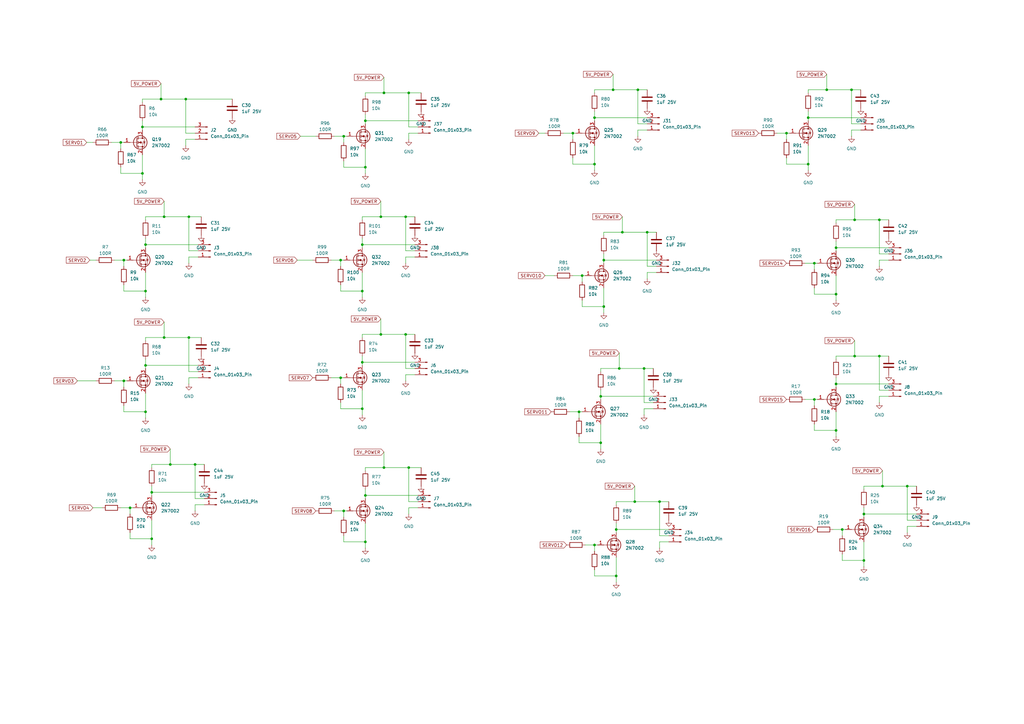
<source format=kicad_sch>
(kicad_sch (version 20231120) (generator "eeschema") (generator_version "8.0")
  (paper "A3")
  (junction (at 237.49 168.91))
  (junction (at 251.46 36.83))
  (junction (at 265.43 95.25))
  (junction (at 167.64 191.77))
  (junction (at 76.2 40.64))
  (junction (at 59.69 149.86))
  (junction (at 157.48 38.1))
  (junction (at 339.09 36.83))
  (junction (at 342.9 157.48))
  (junction (at 243.84 223.52))
  (junction (at 331.47 67.31))
  (junction (at 260.35 205.74))
  (junction (at 58.42 71.12))
  (junction (at 252.73 236.22))
  (junction (at 350.52 90.17))
  (junction (at 148.59 119.38))
  (junction (at 234.95 54.61))
  (junction (at 349.25 36.83))
  (junction (at 149.86 68.58))
  (junction (at 261.62 36.83))
  (junction (at 334.01 107.95))
  (junction (at 246.38 162.56))
  (junction (at 354.33 210.82))
  (junction (at 350.52 146.05))
  (junction (at 77.47 138.43))
  (junction (at 345.44 217.17))
  (junction (at 360.68 146.05))
  (junction (at 254 151.13))
  (junction (at 148.59 100.33))
  (junction (at 264.16 151.13))
  (junction (at 53.34 208.28))
  (junction (at 139.7 106.68))
  (junction (at 148.59 167.64))
  (junction (at 342.9 120.65))
  (junction (at 342.9 176.53))
  (junction (at 361.95 199.39))
  (junction (at 322.58 54.61))
  (junction (at 148.59 148.59))
  (junction (at 166.37 137.16))
  (junction (at 252.73 217.17))
  (junction (at 270.51 205.74))
  (junction (at 69.85 190.5))
  (junction (at 80.01 190.5))
  (junction (at 243.84 67.31))
  (junction (at 149.86 203.2))
  (junction (at 62.23 201.93))
  (junction (at 255.27 95.25))
  (junction (at 67.31 88.9))
  (junction (at 167.64 38.1))
  (junction (at 59.69 168.91))
  (junction (at 238.76 113.03))
  (junction (at 49.53 58.42))
  (junction (at 334.01 163.83))
  (junction (at 360.68 90.17))
  (junction (at 157.48 191.77))
  (junction (at 149.86 222.25))
  (junction (at 243.84 48.26))
  (junction (at 331.47 48.26))
  (junction (at 59.69 119.38))
  (junction (at 166.37 88.9))
  (junction (at 246.38 181.61))
  (junction (at 342.9 101.6))
  (junction (at 50.8 156.21))
  (junction (at 50.8 106.68))
  (junction (at 140.97 55.88))
  (junction (at 59.69 100.33))
  (junction (at 247.65 125.73))
  (junction (at 58.42 52.07))
  (junction (at 156.21 137.16))
  (junction (at 156.21 88.9))
  (junction (at 139.7 154.94))
  (junction (at 66.04 40.64))
  (junction (at 77.47 88.9))
  (junction (at 62.23 220.98))
  (junction (at 149.86 49.53))
  (junction (at 372.11 199.39))
  (junction (at 354.33 229.87))
  (junction (at 247.65 106.68))
  (junction (at 140.97 209.55))
  (junction (at 67.31 138.43))
  (wire (pts (xy 59.69 90.17) (xy 59.69 88.9)))
  (wire (pts (xy 360.68 146.05) (xy 360.68 160.02)))
  (wire (pts (xy 261.62 36.83) (xy 261.62 50.8)))
  (wire (pts (xy 354.33 222.25) (xy 354.33 229.87)))
  (wire (pts (xy 255.27 88.9) (xy 255.27 95.25)))
  (wire (pts (xy 252.73 228.6) (xy 252.73 236.22)))
  (wire (pts (xy 139.7 119.38) (xy 139.7 116.84)))
  (wire (pts (xy 156.21 88.9) (xy 166.37 88.9)))
  (wire (pts (xy 261.62 55.88) (xy 261.62 53.34)))
  (wire (pts (xy 350.52 139.7) (xy 350.52 146.05)))
  (wire (pts (xy 77.47 88.9) (xy 77.47 102.87)))
  (wire (pts (xy 58.42 41.91) (xy 58.42 40.64)))
  (wire (pts (xy 81.28 102.87) (xy 77.47 102.87)))
  (wire (pts (xy 261.62 36.83) (xy 265.43 36.83)))
  (wire (pts (xy 166.37 137.16) (xy 166.37 151.13)))
  (wire (pts (xy 49.53 208.28) (xy 53.34 208.28)))
  (wire (pts (xy 341.63 217.17) (xy 345.44 217.17)))
  (wire (pts (xy 139.7 109.22) (xy 139.7 106.68)))
  (wire (pts (xy 156.21 130.81) (xy 156.21 137.16)))
  (wire (pts (xy 140.97 212.09) (xy 140.97 209.55)))
  (wire (pts (xy 234.95 67.31) (xy 234.95 64.77)))
  (wire (pts (xy 135.89 154.94) (xy 139.7 154.94)))
  (wire (pts (xy 364.49 104.14) (xy 360.68 104.14)))
  (wire (pts (xy 246.38 173.99) (xy 246.38 181.61)))
  (wire (pts (xy 243.84 236.22) (xy 243.84 233.68)))
  (wire (pts (xy 254 151.13) (xy 264.16 151.13)))
  (wire (pts (xy 62.23 213.36) (xy 62.23 220.98)))
  (wire (pts (xy 157.48 31.75) (xy 157.48 38.1)))
  (wire (pts (xy 331.47 36.83) (xy 339.09 36.83)))
  (wire (pts (xy 237.49 168.91) (xy 238.76 168.91)))
  (wire (pts (xy 247.65 104.14) (xy 247.65 106.68)))
  (wire (pts (xy 80.01 209.55) (xy 80.01 207.01)))
  (wire (pts (xy 334.01 166.37) (xy 334.01 163.83)))
  (wire (pts (xy 38.1 58.42) (xy 35.56 58.42)))
  (wire (pts (xy 220.98 54.61) (xy 223.52 54.61)))
  (wire (pts (xy 342.9 157.48) (xy 364.49 157.48)))
  (wire (pts (xy 149.86 200.66) (xy 149.86 203.2)))
  (wire (pts (xy 148.59 170.18) (xy 148.59 167.64)))
  (wire (pts (xy 372.11 199.39) (xy 372.11 213.36)))
  (wire (pts (xy 67.31 82.55) (xy 67.31 88.9)))
  (wire (pts (xy 62.23 201.93) (xy 62.23 203.2)))
  (wire (pts (xy 243.84 59.69) (xy 243.84 67.31)))
  (wire (pts (xy 322.58 54.61) (xy 323.85 54.61)))
  (wire (pts (xy 140.97 55.88) (xy 142.24 55.88)))
  (wire (pts (xy 342.9 146.05) (xy 350.52 146.05)))
  (wire (pts (xy 243.84 36.83) (xy 251.46 36.83)))
  (wire (pts (xy 261.62 53.34) (xy 265.43 53.34)))
  (wire (pts (xy 237.49 181.61) (xy 237.49 179.07)))
  (wire (pts (xy 76.2 40.64) (xy 95.25 40.64)))
  (wire (pts (xy 171.45 205.74) (xy 167.64 205.74)))
  (wire (pts (xy 167.64 208.28) (xy 171.45 208.28)))
  (wire (pts (xy 243.84 45.72) (xy 243.84 48.26)))
  (wire (pts (xy 334.01 110.49) (xy 334.01 107.95)))
  (wire (pts (xy 345.44 217.17) (xy 346.71 217.17)))
  (wire (pts (xy 139.7 167.64) (xy 139.7 165.1)))
  (wire (pts (xy 339.09 36.83) (xy 349.25 36.83)))
  (wire (pts (xy 252.73 236.22) (xy 243.84 236.22)))
  (wire (pts (xy 243.84 67.31) (xy 234.95 67.31)))
  (wire (pts (xy 59.69 100.33) (xy 81.28 100.33)))
  (wire (pts (xy 149.86 203.2) (xy 149.86 204.47)))
  (wire (pts (xy 254 144.78) (xy 254 151.13)))
  (wire (pts (xy 148.59 167.64) (xy 139.7 167.64)))
  (wire (pts (xy 77.47 107.95) (xy 77.47 105.41)))
  (wire (pts (xy 354.33 229.87) (xy 345.44 229.87)))
  (wire (pts (xy 252.73 207.01) (xy 252.73 205.74)))
  (wire (pts (xy 135.89 106.68) (xy 139.7 106.68)))
  (wire (pts (xy 80.01 190.5) (xy 80.01 204.47)))
  (wire (pts (xy 167.64 54.61) (xy 171.45 54.61)))
  (wire (pts (xy 80.01 207.01) (xy 83.82 207.01)))
  (wire (pts (xy 260.35 199.39) (xy 260.35 205.74)))
  (wire (pts (xy 331.47 69.85) (xy 331.47 67.31)))
  (wire (pts (xy 270.51 224.79) (xy 270.51 222.25)))
  (wire (pts (xy 246.38 152.4) (xy 246.38 151.13)))
  (wire (pts (xy 50.8 119.38) (xy 50.8 116.84)))
  (wire (pts (xy 274.32 219.71) (xy 270.51 219.71)))
  (wire (pts (xy 342.9 154.94) (xy 342.9 157.48)))
  (wire (pts (xy 238.76 113.03) (xy 240.03 113.03)))
  (wire (pts (xy 354.33 208.28) (xy 354.33 210.82)))
  (wire (pts (xy 246.38 181.61) (xy 237.49 181.61)))
  (wire (pts (xy 349.25 55.88) (xy 349.25 53.34)))
  (wire (pts (xy 149.86 49.53) (xy 149.86 50.8)))
  (wire (pts (xy 322.58 67.31) (xy 322.58 64.77)))
  (wire (pts (xy 342.9 123.19) (xy 342.9 120.65)))
  (wire (pts (xy 339.09 30.48) (xy 339.09 36.83)))
  (wire (pts (xy 58.42 73.66) (xy 58.42 71.12)))
  (wire (pts (xy 58.42 63.5) (xy 58.42 71.12)))
  (wire (pts (xy 247.65 128.27) (xy 247.65 125.73)))
  (wire (pts (xy 166.37 107.95) (xy 166.37 105.41)))
  (wire (pts (xy 123.19 55.88) (xy 129.54 55.88)))
  (wire (pts (xy 76.2 57.15) (xy 80.01 57.15)))
  (wire (pts (xy 83.82 204.47) (xy 80.01 204.47)))
  (wire (pts (xy 149.86 38.1) (xy 157.48 38.1)))
  (wire (pts (xy 62.23 220.98) (xy 53.34 220.98)))
  (wire (pts (xy 264.16 167.64) (xy 267.97 167.64)))
  (wire (pts (xy 364.49 160.02) (xy 360.68 160.02)))
  (wire (pts (xy 353.06 50.8) (xy 349.25 50.8)))
  (wire (pts (xy 247.65 96.52) (xy 247.65 95.25)))
  (wire (pts (xy 350.52 90.17) (xy 360.68 90.17)))
  (wire (pts (xy 234.95 113.03) (xy 238.76 113.03)))
  (wire (pts (xy 67.31 132.08) (xy 67.31 138.43)))
  (wire (pts (xy 334.01 107.95) (xy 335.28 107.95)))
  (wire (pts (xy 372.11 199.39) (xy 375.92 199.39)))
  (wire (pts (xy 50.8 156.21) (xy 52.07 156.21)))
  (wire (pts (xy 38.1 208.28) (xy 41.91 208.28)))
  (wire (pts (xy 247.65 106.68) (xy 247.65 107.95)))
  (wire (pts (xy 59.69 97.79) (xy 59.69 100.33)))
  (wire (pts (xy 252.73 205.74) (xy 260.35 205.74)))
  (wire (pts (xy 238.76 125.73) (xy 238.76 123.19)))
  (wire (pts (xy 234.95 57.15) (xy 234.95 54.61)))
  (wire (pts (xy 46.99 106.68) (xy 50.8 106.68)))
  (wire (pts (xy 264.16 151.13) (xy 267.97 151.13)))
  (wire (pts (xy 81.28 152.4) (xy 77.47 152.4)))
  (wire (pts (xy 354.33 199.39) (xy 361.95 199.39)))
  (wire (pts (xy 331.47 59.69) (xy 331.47 67.31)))
  (wire (pts (xy 166.37 137.16) (xy 170.18 137.16)))
  (wire (pts (xy 247.65 95.25) (xy 255.27 95.25)))
  (wire (pts (xy 157.48 191.77) (xy 167.64 191.77)))
  (wire (pts (xy 265.43 95.25) (xy 269.24 95.25)))
  (wire (pts (xy 148.59 119.38) (xy 139.7 119.38)))
  (wire (pts (xy 59.69 88.9) (xy 67.31 88.9)))
  (wire (pts (xy 149.86 214.63) (xy 149.86 222.25)))
  (wire (pts (xy 167.64 57.15) (xy 167.64 54.61)))
  (wire (pts (xy 80.01 54.61) (xy 76.2 54.61)))
  (wire (pts (xy 342.9 91.44) (xy 342.9 90.17)))
  (wire (pts (xy 246.38 184.15) (xy 246.38 181.61)))
  (wire (pts (xy 167.64 38.1) (xy 172.72 38.1)))
  (wire (pts (xy 77.47 154.94) (xy 81.28 154.94)))
  (wire (pts (xy 238.76 115.57) (xy 238.76 113.03)))
  (wire (pts (xy 80.01 190.5) (xy 83.82 190.5)))
  (wire (pts (xy 354.33 210.82) (xy 375.92 210.82)))
  (wire (pts (xy 59.69 161.29) (xy 59.69 168.91)))
  (wire (pts (xy 62.23 201.93) (xy 83.82 201.93)))
  (wire (pts (xy 59.69 168.91) (xy 50.8 168.91)))
  (wire (pts (xy 342.9 101.6) (xy 364.49 101.6)))
  (wire (pts (xy 148.59 100.33) (xy 148.59 101.6)))
  (wire (pts (xy 67.31 138.43) (xy 77.47 138.43)))
  (wire (pts (xy 361.95 199.39) (xy 372.11 199.39)))
  (wire (pts (xy 149.86 203.2) (xy 171.45 203.2)))
  (wire (pts (xy 342.9 90.17) (xy 350.52 90.17)))
  (wire (pts (xy 139.7 106.68) (xy 140.97 106.68)))
  (wire (pts (xy 331.47 45.72) (xy 331.47 48.26)))
  (wire (pts (xy 243.84 223.52) (xy 245.11 223.52)))
  (wire (pts (xy 237.49 171.45) (xy 237.49 168.91)))
  (wire (pts (xy 148.59 100.33) (xy 170.18 100.33)))
  (wire (pts (xy 345.44 229.87) (xy 345.44 227.33)))
  (wire (pts (xy 59.69 139.7) (xy 59.69 138.43)))
  (wire (pts (xy 334.01 120.65) (xy 334.01 118.11)))
  (wire (pts (xy 58.42 71.12) (xy 49.53 71.12)))
  (wire (pts (xy 50.8 109.22) (xy 50.8 106.68)))
  (wire (pts (xy 149.86 39.37) (xy 149.86 38.1)))
  (wire (pts (xy 140.97 58.42) (xy 140.97 55.88)))
  (wire (pts (xy 62.23 199.39) (xy 62.23 201.93)))
  (wire (pts (xy 50.8 168.91) (xy 50.8 166.37)))
  (wire (pts (xy 148.59 148.59) (xy 148.59 149.86)))
  (wire (pts (xy 59.69 121.92) (xy 59.69 119.38)))
  (wire (pts (xy 331.47 38.1) (xy 331.47 36.83)))
  (wire (pts (xy 360.68 106.68) (xy 364.49 106.68)))
  (wire (pts (xy 137.16 55.88) (xy 140.97 55.88)))
  (wire (pts (xy 148.59 138.43) (xy 148.59 137.16)))
  (wire (pts (xy 67.31 88.9) (xy 77.47 88.9)))
  (wire (pts (xy 59.69 171.45) (xy 59.69 168.91)))
  (wire (pts (xy 246.38 151.13) (xy 254 151.13)))
  (wire (pts (xy 252.73 217.17) (xy 252.73 218.44)))
  (wire (pts (xy 360.68 165.1) (xy 360.68 162.56)))
  (wire (pts (xy 59.69 111.76) (xy 59.69 119.38)))
  (wire (pts (xy 171.45 52.07) (xy 167.64 52.07)))
  (wire (pts (xy 349.25 36.83) (xy 349.25 50.8)))
  (wire (pts (xy 331.47 48.26) (xy 331.47 49.53)))
  (wire (pts (xy 121.92 106.68) (xy 128.27 106.68)))
  (wire (pts (xy 251.46 36.83) (xy 261.62 36.83)))
  (wire (pts (xy 247.65 106.68) (xy 269.24 106.68)))
  (wire (pts (xy 342.9 168.91) (xy 342.9 176.53)))
  (wire (pts (xy 350.52 146.05) (xy 360.68 146.05)))
  (wire (pts (xy 260.35 205.74) (xy 270.51 205.74)))
  (wire (pts (xy 149.86 46.99) (xy 149.86 49.53)))
  (wire (pts (xy 342.9 120.65) (xy 334.01 120.65)))
  (wire (pts (xy 167.64 191.77) (xy 172.72 191.77)))
  (wire (pts (xy 251.46 30.48) (xy 251.46 36.83)))
  (wire (pts (xy 240.03 223.52) (xy 243.84 223.52)))
  (wire (pts (xy 62.23 223.52) (xy 62.23 220.98)))
  (wire (pts (xy 77.47 157.48) (xy 77.47 154.94)))
  (wire (pts (xy 148.59 148.59) (xy 170.18 148.59)))
  (wire (pts (xy 223.52 113.03) (xy 227.33 113.03)))
  (wire (pts (xy 140.97 209.55) (xy 142.24 209.55)))
  (wire (pts (xy 156.21 137.16) (xy 166.37 137.16)))
  (wire (pts (xy 267.97 165.1) (xy 264.16 165.1)))
  (wire (pts (xy 59.69 149.86) (xy 81.28 149.86)))
  (wire (pts (xy 170.18 151.13) (xy 166.37 151.13)))
  (wire (pts (xy 59.69 100.33) (xy 59.69 101.6)))
  (wire (pts (xy 156.21 82.55) (xy 156.21 88.9)))
  (wire (pts (xy 149.86 60.96) (xy 149.86 68.58)))
  (wire (pts (xy 167.64 210.82) (xy 167.64 208.28)))
  (wire (pts (xy 264.16 151.13) (xy 264.16 165.1)))
  (wire (pts (xy 252.73 214.63) (xy 252.73 217.17)))
  (wire (pts (xy 149.86 49.53) (xy 171.45 49.53)))
  (wire (pts (xy 149.86 191.77) (xy 157.48 191.77)))
  (wire (pts (xy 50.8 158.75) (xy 50.8 156.21)))
  (wire (pts (xy 49.53 71.12) (xy 49.53 68.58)))
  (wire (pts (xy 342.9 179.07) (xy 342.9 176.53)))
  (wire (pts (xy 247.65 118.11) (xy 247.65 125.73)))
  (wire (pts (xy 170.18 102.87) (xy 166.37 102.87)))
  (wire (pts (xy 139.7 157.48) (xy 139.7 154.94)))
  (wire (pts (xy 354.33 210.82) (xy 354.33 212.09)))
  (wire (pts (xy 139.7 154.94) (xy 140.97 154.94)))
  (wire (pts (xy 166.37 105.41) (xy 170.18 105.41)))
  (wire (pts (xy 243.84 226.06) (xy 243.84 223.52)))
  (wire (pts (xy 354.33 232.41) (xy 354.33 229.87)))
  (wire (pts (xy 77.47 88.9) (xy 82.55 88.9)))
  (wire (pts (xy 252.73 238.76) (xy 252.73 236.22)))
  (wire (pts (xy 243.84 38.1) (xy 243.84 36.83)))
  (wire (pts (xy 69.85 184.15) (xy 69.85 190.5)))
  (wire (pts (xy 166.37 88.9) (xy 170.18 88.9)))
  (wire (pts (xy 45.72 58.42) (xy 49.53 58.42)))
  (wire (pts (xy 149.86 193.04) (xy 149.86 191.77)))
  (wire (pts (xy 234.95 54.61) (xy 236.22 54.61)))
  (wire (pts (xy 50.8 106.68) (xy 52.07 106.68)))
  (wire (pts (xy 349.25 53.34) (xy 353.06 53.34)))
  (wire (pts (xy 270.51 222.25) (xy 274.32 222.25)))
  (wire (pts (xy 59.69 138.43) (xy 67.31 138.43)))
  (wire (pts (xy 53.34 208.28) (xy 54.61 208.28)))
  (wire (pts (xy 58.42 40.64) (xy 66.04 40.64)))
  (wire (pts (xy 148.59 146.05) (xy 148.59 148.59)))
  (wire (pts (xy 342.9 176.53) (xy 334.01 176.53)))
  (wire (pts (xy 255.27 95.25) (xy 265.43 95.25)))
  (wire (pts (xy 148.59 88.9) (xy 156.21 88.9)))
  (wire (pts (xy 77.47 138.43) (xy 82.55 138.43)))
  (wire (pts (xy 265.43 111.76) (xy 269.24 111.76)))
  (wire (pts (xy 149.86 222.25) (xy 140.97 222.25)))
  (wire (pts (xy 157.48 38.1) (xy 167.64 38.1)))
  (wire (pts (xy 148.59 121.92) (xy 148.59 119.38)))
  (wire (pts (xy 31.75 156.21) (xy 39.37 156.21)))
  (wire (pts (xy 342.9 113.03) (xy 342.9 120.65)))
  (wire (pts (xy 59.69 147.32) (xy 59.69 149.86)))
  (wire (pts (xy 360.68 90.17) (xy 364.49 90.17)))
  (wire (pts (xy 148.59 111.76) (xy 148.59 119.38)))
  (wire (pts (xy 330.2 107.95) (xy 334.01 107.95)))
  (wire (pts (xy 233.68 168.91) (xy 237.49 168.91)))
  (wire (pts (xy 59.69 119.38) (xy 50.8 119.38)))
  (wire (pts (xy 264.16 170.18) (xy 264.16 167.64)))
  (wire (pts (xy 246.38 160.02) (xy 246.38 162.56)))
  (wire (pts (xy 375.92 213.36) (xy 372.11 213.36)))
  (wire (pts (xy 270.51 205.74) (xy 270.51 219.71)))
  (wire (pts (xy 360.68 109.22) (xy 360.68 106.68)))
  (wire (pts (xy 372.11 215.9) (xy 375.92 215.9)))
  (wire (pts (xy 157.48 185.42) (xy 157.48 191.77)))
  (wire (pts (xy 77.47 105.41) (xy 81.28 105.41)))
  (wire (pts (xy 330.2 163.83) (xy 334.01 163.83)))
  (wire (pts (xy 246.38 162.56) (xy 246.38 163.83)))
  (wire (pts (xy 342.9 157.48) (xy 342.9 158.75)))
  (wire (pts (xy 36.83 106.68) (xy 39.37 106.68)))
  (wire (pts (xy 53.34 220.98) (xy 53.34 218.44)))
  (wire (pts (xy 66.04 40.64) (xy 76.2 40.64)))
  (wire (pts (xy 137.16 209.55) (xy 140.97 209.55)))
  (wire (pts (xy 231.14 54.61) (xy 234.95 54.61)))
  (wire (pts (xy 243.84 48.26) (xy 265.43 48.26)))
  (wire (pts (xy 331.47 67.31) (xy 322.58 67.31)))
  (wire (pts (xy 243.84 69.85) (xy 243.84 67.31)))
  (wire (pts (xy 58.42 49.53) (xy 58.42 52.07)))
  (wire (pts (xy 360.68 90.17) (xy 360.68 104.14)))
  (wire (pts (xy 334.01 176.53) (xy 334.01 173.99)))
  (wire (pts (xy 243.84 48.26) (xy 243.84 49.53)))
  (wire (pts (xy 360.68 146.05) (xy 364.49 146.05)))
  (wire (pts (xy 322.58 57.15) (xy 322.58 54.61)))
  (wire (pts (xy 349.25 36.83) (xy 353.06 36.83)))
  (wire (pts (xy 342.9 99.06) (xy 342.9 101.6)))
  (wire (pts (xy 265.43 95.25) (xy 265.43 109.22)))
  (wire (pts (xy 58.42 52.07) (xy 80.01 52.07)))
  (wire (pts (xy 318.77 54.61) (xy 322.58 54.61)))
  (wire (pts (xy 361.95 193.04) (xy 361.95 199.39)))
  (wire (pts (xy 265.43 50.8) (xy 261.62 50.8)))
  (wire (pts (xy 148.59 160.02) (xy 148.59 167.64)))
  (wire (pts (xy 140.97 68.58) (xy 140.97 66.04)))
  (wire (pts (xy 345.44 219.71) (xy 345.44 217.17)))
  (wire (pts (xy 372.11 218.44) (xy 372.11 215.9)))
  (wire (pts (xy 76.2 59.69) (xy 76.2 57.15)))
  (wire (pts (xy 166.37 153.67) (xy 170.18 153.67)))
  (wire (pts (xy 334.01 163.83) (xy 335.28 163.83)))
  (wire (pts (xy 148.59 90.17) (xy 148.59 88.9)))
  (wire (pts (xy 140.97 222.25) (xy 140.97 219.71)))
  (wire (pts (xy 270.51 205.74) (xy 274.32 205.74)))
  (wire (pts (xy 148.59 97.79) (xy 148.59 100.33)))
  (wire (pts (xy 342.9 147.32) (xy 342.9 146.05)))
  (wire (pts (xy 76.2 40.64) (xy 76.2 54.61)))
  (wire (pts (xy 360.68 162.56) (xy 364.49 162.56)))
  (wire (pts (xy 49.53 60.96) (xy 49.53 58.42)))
  (wire (pts (xy 166.37 88.9) (xy 166.37 102.87)))
  (wire (pts (xy 167.64 191.77) (xy 167.64 205.74)))
  (wire (pts (xy 148.59 137.16) (xy 156.21 137.16)))
  (wire (pts (xy 331.47 48.26) (xy 353.06 48.26)))
  (wire (pts (xy 354.33 200.66) (xy 354.33 199.39)))
  (wire (pts (xy 246.38 162.56) (xy 267.97 162.56)))
  (wire (pts (xy 46.99 156.21) (xy 50.8 156.21)))
  (wire (pts (xy 149.86 68.58) (xy 140.97 68.58)))
  (wire (pts (xy 167.64 38.1) (xy 167.64 52.07)))
  (wire (pts (xy 269.24 109.22) (xy 265.43 109.22)))
  (wire (pts (xy 77.47 138.43) (xy 77.47 152.4)))
  (wire (pts (xy 69.85 190.5) (xy 80.01 190.5)))
  (wire (pts (xy 62.23 191.77) (xy 62.23 190.5)))
  (wire (pts (xy 252.73 217.17) (xy 274.32 217.17)))
  (wire (pts (xy 265.43 114.3) (xy 265.43 111.76)))
  (wire (pts (xy 49.53 58.42) (xy 50.8 58.42)))
  (wire (pts (xy 247.65 125.73) (xy 238.76 125.73)))
  (wire (pts (xy 62.23 190.5) (xy 69.85 190.5)))
  (wire (pts (xy 149.86 71.12) (xy 149.86 68.58)))
  (wire (pts (xy 53.34 210.82) (xy 53.34 208.28)))
  (wire (pts (xy 66.04 34.29) (xy 66.04 40.64)))
  (wire (pts (xy 166.37 156.21) (xy 166.37 153.67)))
  (wire (pts (xy 59.69 149.86) (xy 59.69 151.13)))
  (wire (pts (xy 342.9 101.6) (xy 342.9 102.87)))
  (wire (pts (xy 149.86 224.79) (xy 149.86 222.25)))
  (wire (pts (xy 350.52 83.82) (xy 350.52 90.17)))
  (wire (pts (xy 58.42 52.07) (xy 58.42 53.34)))
  (global_label "SERVO6" (shape input) (at 121.92 106.68 180) (property "Intersheetrefs" "${INTERSHEET_REFS}" (effects (hide yes))))
  (global_label "5V_POWER" (shape input) (at 251.46 30.48 180) (property "Intersheetrefs" "${INTERSHEET_REFS}" (effects (hide yes))))
  (global_label "SERVO10" (shape input) (at 223.52 113.03 180) (property "Intersheetrefs" "${INTERSHEET_REFS}" (effects (hide yes))))
  (global_label "5V_POWER" (shape input) (at 260.35 199.39 180) (property "Intersheetrefs" "${INTERSHEET_REFS}" (effects (hide yes))))
  (global_label "SERVO5" (shape input) (at 123.19 55.88 180) (property "Intersheetrefs" "${INTERSHEET_REFS}" (effects (hide yes))))
  (global_label "SERVO15" (shape input) (at 322.58 163.83 180) (property "Intersheetrefs" "${INTERSHEET_REFS}" (effects (hide yes))))
  (global_label "SERVO11" (shape input) (at 226.06 168.91 180) (property "Intersheetrefs" "${INTERSHEET_REFS}" (effects (hide yes))))
  (global_label "5V_POWER" (shape input) (at 254 144.78 180) (property "Intersheetrefs" "${INTERSHEET_REFS}" (effects (hide yes))))
  (global_label "5V_POWER" (shape input) (at 69.85 184.15 180) (property "Intersheetrefs" "${INTERSHEET_REFS}" (effects (hide yes))))
  (global_label "SERVO13" (shape input) (at 311.15 54.61 180) (property "Intersheetrefs" "${INTERSHEET_REFS}" (effects (hide yes))))
  (global_label "5V_POWER" (shape input) (at 361.95 193.04 180) (property "Intersheetrefs" "${INTERSHEET_REFS}" (effects (hide yes))))
  (global_label "5V_POWER" (shape input) (at 255.27 88.9 180) (property "Intersheetrefs" "${INTERSHEET_REFS}" (effects (hide yes))))
  (global_label "SERVO4" (shape input) (at 38.1 208.28 180) (property "Intersheetrefs" "${INTERSHEET_REFS}" (effects (hide yes))))
  (global_label "SERVO8" (shape input) (at 129.54 209.55 180) (property "Intersheetrefs" "${INTERSHEET_REFS}" (effects (hide yes))))
  (global_label "5V_POWER" (shape input) (at 339.09 30.48 180) (property "Intersheetrefs" "${INTERSHEET_REFS}" (effects (hide yes))))
  (global_label "5V_POWER" (shape input) (at 66.04 34.29 180) (property "Intersheetrefs" "${INTERSHEET_REFS}" (effects (hide yes))))
  (global_label "SERVO12" (shape input) (at 232.41 223.52 180) (property "Intersheetrefs" "${INTERSHEET_REFS}" (effects (hide yes))))
  (global_label "SERVO14" (shape input) (at 322.58 107.95 180) (property "Intersheetrefs" "${INTERSHEET_REFS}" (effects (hide yes))))
  (global_label "SERVO7" (shape input) (at 128.27 154.94 180) (property "Intersheetrefs" "${INTERSHEET_REFS}" (effects (hide yes))))
  (global_label "SERVO3" (shape input) (at 31.75 156.21 180) (property "Intersheetrefs" "${INTERSHEET_REFS}" (effects (hide yes))))
  (global_label "SERVO9" (shape input) (at 220.98 54.61 180) (property "Intersheetrefs" "${INTERSHEET_REFS}" (effects (hide yes))))
  (global_label "5V_POWER" (shape input) (at 156.21 130.81 180) (property "Intersheetrefs" "${INTERSHEET_REFS}" (effects (hide yes))))
  (global_label "SERVO16" (shape input) (at 334.01 217.17 180) (property "Intersheetrefs" "${INTERSHEET_REFS}" (effects (hide yes))))
  (global_label "5V_POWER" (shape input) (at 67.31 132.08 180) (property "Intersheetrefs" "${INTERSHEET_REFS}" (effects (hide yes))))
  (global_label "5V_POWER" (shape input) (at 157.48 185.42 180) (property "Intersheetrefs" "${INTERSHEET_REFS}" (effects (hide yes))))
  (global_label "5V_POWER" (shape input) (at 157.48 31.75 180) (property "Intersheetrefs" "${INTERSHEET_REFS}" (effects (hide yes))))
  (global_label "5V_POWER" (shape input) (at 156.21 82.55 180) (property "Intersheetrefs" "${INTERSHEET_REFS}" (effects (hide yes))))
  (global_label "5V_POWER" (shape input) (at 350.52 139.7 180) (property "Intersheetrefs" "${INTERSHEET_REFS}" (effects (hide yes))))
  (global_label "5V_POWER" (shape input) (at 350.52 83.82 180) (property "Intersheetrefs" "${INTERSHEET_REFS}" (effects (hide yes))))
  (global_label "SERVO2" (shape input) (at 36.83 106.68 180) (property "Intersheetrefs" "${INTERSHEET_REFS}" (effects (hide yes))))
  (global_label "SERVO1" (shape input) (at 35.56 58.42 180) (property "Intersheetrefs" "${INTERSHEET_REFS}" (effects (hide yes))))
  (global_label "5V_POWER" (shape input) (at 67.31 82.55 180) (property "Intersheetrefs" "${INTERSHEET_REFS}" (effects (hide yes))))
  (symbol (lib_id "Device:C") (at 269.24 99.06 0) (unit 1)
    (property "Reference" "C37" (at 273.05 97.7899 0) (effects (justify left)))
    (property "Value" "1uF 25V" (at 273.05 100.3299 0) (effects (justify left)))
    (property "Footprint" "Capacitor_SMD:C_0402_1005Metric" (effects (hide yes)))
  )
  (symbol (lib_id "power:GND") (at 267.97 158.75 0) (unit 1)
    (property "Reference" "#PWR0118" (effects (hide yes)))
    (property "Value" "GND" (at 267.97 163.83 0))
    (property "Description" "Power symbol creates a global label with name \"GND\" , ground" (effects (hide yes)))
  )
  (symbol (lib_id "Device:R") (at 50.8 113.03 0) (unit 1)
    (property "Reference" "R9" (at 53.34 111.7599 0) (effects (justify left)))
    (property "Value" "10k" (at 53.34 114.2999 0) (effects (justify left)))
    (property "Footprint" "Resistor_SMD:R_0402_1005Metric" (effects (hide yes)))
    (property "Description" "Resistor" (effects (hide yes)))
  )
  (symbol (lib_id "power:GND") (at 83.82 198.12 0) (unit 1)
    (property "Reference" "#PWR0124" (effects (hide yes)))
    (property "Value" "GND" (at 83.82 203.2 0))
    (property "Description" "Power symbol creates a global label with name \"GND\" , ground" (effects (hide yes)))
  )
  (symbol (lib_id "Device:C") (at 170.18 140.97 0) (unit 1)
    (property "Reference" "C33" (at 173.99 139.6999 0) (effects (justify left)))
    (property "Value" "1uF 25V" (at 173.99 142.2399 0) (effects (justify left)))
    (property "Footprint" "Capacitor_SMD:C_0402_1005Metric" (effects (hide yes)))
  )
  (symbol (lib_id "Transistor_FET:2N7002") (at 340.36 107.95 0) (unit 1)
    (property "Reference" "Q30" (at 346.71 106.6799 0) (effects (justify left)))
    (property "Value" "2N7002" (at 346.71 109.2199 0) (effects (justify left)))
    (property "Footprint" "Package_TO_SOT_SMD:SOT-23" (effects (hide yes)))
    (property "Datasheet" "https://www.onsemi.com/pub/Collateral/NDS7002A-D.PDF" (effects (hide yes)))
    (property "Description" "0.115A Id, 60V Vds, N-Channel MOSFET, SOT-23" (effects (hide yes)))
  )
  (symbol (lib_id "Connector:Conn_01x03_Pin") (at 86.36 152.4 180) (unit 1)
    (property "Reference" "J4" (at 87.63 151.1299 0) (effects (justify right)))
    (property "Value" "Conn_01x03_Pin" (at 87.63 153.6699 0) (effects (justify right)))
    (property "Footprint" "Connector_JST:JST_XH_B3B-XH-AM_1x03_P2.50mm_Vertical" (effects (hide yes)))
    (property "Description" "Generic connector, single row, 01x03, script generated" (effects (hide yes)))
  )
  (symbol (lib_id "power:GND") (at 149.86 224.79 0) (unit 1)
    (property "Reference" "#PWR058" (effects (hide yes)))
    (property "Value" "GND" (at 149.86 229.87 0))
    (property "Description" "Power symbol creates a global label with name \"GND\" , ground" (effects (hide yes)))
  )
  (symbol (lib_id "Transistor_FET:2N7002") (at 245.11 113.03 0) (unit 1)
    (property "Reference" "Q26" (at 251.46 111.7599 0) (effects (justify left)))
    (property "Value" "2N7002" (at 251.46 114.2999 0) (effects (justify left)))
    (property "Footprint" "Package_TO_SOT_SMD:SOT-23" (effects (hide yes)))
    (property "Datasheet" "https://www.onsemi.com/pub/Collateral/NDS7002A-D.PDF" (effects (hide yes)))
    (property "Description" "0.115A Id, 60V Vds, N-Channel MOSFET, SOT-23" (effects (hide yes)))
  )
  (symbol (lib_id "Device:R") (at 247.65 100.33 0) (unit 1)
    (property "Reference" "R83" (at 250.19 99.0599 0) (effects (justify left)))
    (property "Value" "10k" (at 250.19 101.5999 0) (effects (justify left)))
    (property "Footprint" "Resistor_SMD:R_0402_1005Metric" (effects (hide yes)))
    (property "Description" "Resistor" (effects (hide yes)))
  )
  (symbol (lib_id "Device:R") (at 43.18 156.21 270) (unit 1)
    (property "Reference" "R13" (at 43.18 150.876 90))
    (property "Value" "100R" (at 43.18 153.416 90))
    (property "Footprint" "Resistor_SMD:R_0402_1005Metric" (effects (hide yes)))
    (property "Description" "Resistor" (effects (hide yes)))
  )
  (symbol (lib_id "Device:R") (at 334.01 170.18 0) (unit 1)
    (property "Reference" "R18" (at 336.55 168.9099 0) (effects (justify left)))
    (property "Value" "10k" (at 336.55 171.4499 0) (effects (justify left)))
    (property "Footprint" "Resistor_SMD:R_0402_1005Metric" (effects (hide yes)))
    (property "Description" "Resistor" (effects (hide yes)))
  )
  (symbol (lib_id "Connector:Conn_01x03_Pin") (at 273.05 165.1 180) (unit 1)
    (property "Reference" "J33" (at 274.32 163.8299 0) (effects (justify right)))
    (property "Value" "Conn_01x03_Pin" (at 274.32 166.3699 0) (effects (justify right)))
    (property "Footprint" "Connector_JST:JST_XH_B3B-XH-AM_1x03_P2.50mm_Vertical" (effects (hide yes)))
    (property "Description" "Generic connector, single row, 01x03, script generated" (effects (hide yes)))
  )
  (symbol (lib_id "Connector:Conn_01x03_Pin") (at 381 213.36 180) (unit 1)
    (property "Reference" "J9" (at 382.27 212.0899 0) (effects (justify right)))
    (property "Value" "Conn_01x03_Pin" (at 382.27 214.6299 0) (effects (justify right)))
    (property "Footprint" "Connector_JST:JST_XH_B3B-XH-AM_1x03_P2.50mm_Vertical" (effects (hide yes)))
    (property "Description" "Generic connector, single row, 01x03, script generated" (effects (hide yes)))
  )
  (symbol (lib_id "power:GND") (at 364.49 153.67 0) (unit 1)
    (property "Reference" "#PWR0121" (effects (hide yes)))
    (property "Value" "GND" (at 364.49 158.75 0))
    (property "Description" "Power symbol creates a global label with name \"GND\" , ground" (effects (hide yes)))
  )
  (symbol (lib_id "Device:R") (at 140.97 215.9 0) (unit 1)
    (property "Reference" "R76" (at 143.51 214.6299 0) (effects (justify left)))
    (property "Value" "10k" (at 143.51 217.1699 0) (effects (justify left)))
    (property "Footprint" "Resistor_SMD:R_0402_1005Metric" (effects (hide yes)))
    (property "Description" "Resistor" (effects (hide yes)))
  )
  (symbol (lib_id "power:GND") (at 265.43 114.3 0) (unit 1)
    (property "Reference" "#PWR063" (effects (hide yes)))
    (property "Value" "GND" (at 265.43 119.38 0))
    (property "Description" "Power symbol creates a global label with name \"GND\" , ground" (effects (hide yes)))
  )
  (symbol (lib_id "Device:R") (at 133.35 209.55 270) (unit 1)
    (property "Reference" "R75" (at 133.35 204.216 90))
    (property "Value" "100R" (at 133.35 206.756 90))
    (property "Footprint" "Resistor_SMD:R_0402_1005Metric" (effects (hide yes)))
    (property "Description" "Resistor" (effects (hide yes)))
  )
  (symbol (lib_id "power:GND") (at 167.64 57.15 0) (unit 1)
    (property "Reference" "#PWR073" (effects (hide yes)))
    (property "Value" "GND" (at 167.64 62.23 0))
    (property "Description" "Power symbol creates a global label with name \"GND\" , ground" (effects (hide yes)))
  )
  (symbol (lib_id "Connector:Conn_01x03_Pin") (at 175.26 151.13 180) (unit 1)
    (property "Reference" "J6" (at 176.53 149.8599 0) (effects (justify right)))
    (property "Value" "Conn_01x03_Pin" (at 176.53 152.3999 0) (effects (justify right)))
    (property "Footprint" "Connector_JST:JST_XH_B3B-XH-AM_1x03_P2.50mm_Vertical" (effects (hide yes)))
    (property "Description" "Generic connector, single row, 01x03, script generated" (effects (hide yes)))
  )
  (symbol (lib_id "power:GND") (at 342.9 123.19 0) (unit 1)
    (property "Reference" "#PWR070" (effects (hide yes)))
    (property "Value" "GND" (at 342.9 128.27 0))
    (property "Description" "Power symbol creates a global label with name \"GND\" , ground" (effects (hide yes)))
  )
  (symbol (lib_id "power:GND") (at 62.23 223.52 0) (unit 1)
    (property "Reference" "#PWR017" (effects (hide yes)))
    (property "Value" "GND" (at 62.23 228.6 0))
    (property "Description" "Power symbol creates a global label with name \"GND\" , ground" (effects (hide yes)))
  )
  (symbol (lib_id "Transistor_FET:2N7002") (at 57.15 106.68 0) (unit 1)
    (property "Reference" "Q20" (at 63.5 105.4099 0) (effects (justify left)))
    (property "Value" "2N7002" (at 63.5 107.9499 0) (effects (justify left)))
    (property "Footprint" "Package_TO_SOT_SMD:SOT-23" (effects (hide yes)))
    (property "Datasheet" "https://www.onsemi.com/pub/Collateral/NDS7002A-D.PDF" (effects (hide yes)))
    (property "Description" "0.115A Id, 60V Vds, N-Channel MOSFET, SOT-23" (effects (hide yes)))
  )
  (symbol (lib_id "power:GND") (at 264.16 170.18 0) (unit 1)
    (property "Reference" "#PWR065" (effects (hide yes)))
    (property "Value" "GND" (at 264.16 175.26 0))
    (property "Description" "Power symbol creates a global label with name \"GND\" , ground" (effects (hide yes)))
  )
  (symbol (lib_id "Transistor_FET:2N7002") (at 146.05 154.94 0) (unit 1)
    (property "Reference" "Q23" (at 152.4 153.6699 0) (effects (justify left)))
    (property "Value" "2N7002" (at 152.4 156.2099 0) (effects (justify left)))
    (property "Footprint" "Package_TO_SOT_SMD:SOT-23" (effects (hide yes)))
    (property "Datasheet" "https://www.onsemi.com/pub/Collateral/NDS7002A-D.PDF" (effects (hide yes)))
    (property "Description" "0.115A Id, 60V Vds, N-Channel MOSFET, SOT-23" (effects (hide yes)))
  )
  (symbol (lib_id "Device:C") (at 364.49 93.98 0) (unit 1)
    (property "Reference" "C42" (at 368.3 92.7099 0) (effects (justify left)))
    (property "Value" "1uF 25V" (at 368.3 95.2499 0) (effects (justify left)))
    (property "Footprint" "Capacitor_SMD:C_0402_1005Metric" (effects (hide yes)))
  )
  (symbol (lib_id "power:GND") (at 375.92 207.01 0) (unit 1)
    (property "Reference" "#PWR0120" (effects (hide yes)))
    (property "Value" "GND" (at 375.92 212.09 0))
    (property "Description" "Power symbol creates a global label with name \"GND\" , ground" (effects (hide yes)))
  )
  (symbol (lib_id "power:GND") (at 331.47 69.85 0) (unit 1)
    (property "Reference" "#PWR068" (effects (hide yes)))
    (property "Value" "GND" (at 331.47 74.93 0))
    (property "Description" "Power symbol creates a global label with name \"GND\" , ground" (effects (hide yes)))
  )
  (symbol (lib_id "Device:C") (at 172.72 41.91 0) (unit 1)
    (property "Reference" "C35" (at 176.53 40.6399 0) (effects (justify left)))
    (property "Value" "1uF 25V" (at 176.53 43.1799 0) (effects (justify left)))
    (property "Footprint" "Capacitor_SMD:C_0402_1005Metric" (effects (hide yes)))
  )
  (symbol (lib_id "Connector:Conn_01x03_Pin") (at 369.57 104.14 180) (unit 1)
    (property "Reference" "J36" (at 370.84 102.8699 0) (effects (justify right)))
    (property "Value" "Conn_01x03_Pin" (at 370.84 105.4099 0) (effects (justify right)))
    (property "Footprint" "Connector_JST:JST_XH_B3B-XH-AM_1x03_P2.50mm_Vertical" (effects (hide yes)))
    (property "Description" "Generic connector, single row, 01x03, script generated" (effects (hide yes)))
  )
  (symbol (lib_id "Device:R") (at 50.8 162.56 0) (unit 1)
    (property "Reference" "R15" (at 53.34 161.2899 0) (effects (justify left)))
    (property "Value" "10k" (at 53.34 163.8299 0) (effects (justify left)))
    (property "Footprint" "Resistor_SMD:R_0402_1005Metric" (effects (hide yes)))
    (property "Description" "Resistor" (effects (hide yes)))
  )
  (symbol (lib_id "power:GND") (at 77.47 107.95 0) (unit 1)
    (property "Reference" "#PWR011" (effects (hide yes)))
    (property "Value" "GND" (at 77.47 113.03 0))
    (property "Description" "Power symbol creates a global label with name \"GND\" , ground" (effects (hide yes)))
  )
  (symbol (lib_id "Device:C") (at 267.97 154.94 0) (unit 1)
    (property "Reference" "C38" (at 271.78 153.6699 0) (effects (justify left)))
    (property "Value" "1uF 25V" (at 271.78 156.2099 0) (effects (justify left)))
    (property "Footprint" "Capacitor_SMD:C_0402_1005Metric" (effects (hide yes)))
  )
  (symbol (lib_id "power:GND") (at 247.65 128.27 0) (unit 1)
    (property "Reference" "#PWR062" (effects (hide yes)))
    (property "Value" "GND" (at 247.65 133.35 0))
    (property "Description" "Power symbol creates a global label with name \"GND\" , ground" (effects (hide yes)))
  )
  (symbol (lib_id "Device:R") (at 252.73 210.82 0) (unit 1)
    (property "Reference" "R89" (at 255.27 209.5499 0) (effects (justify left)))
    (property "Value" "10k" (at 255.27 212.0899 0) (effects (justify left)))
    (property "Footprint" "Resistor_SMD:R_0402_1005Metric" (effects (hide yes)))
    (property "Description" "Resistor" (effects (hide yes)))
  )
  (symbol (lib_id "power:GND") (at 77.47 157.48 0) (unit 1)
    (property "Reference" "#PWR015" (effects (hide yes)))
    (property "Value" "GND" (at 77.47 162.56 0))
    (property "Description" "Power symbol creates a global label with name \"GND\" , ground" (effects (hide yes)))
  )
  (symbol (lib_id "Transistor_FET:2N7002") (at 351.79 217.17 0) (unit 1)
    (property "Reference" "Q34" (at 358.14 215.8999 0) (effects (justify left)))
    (property "Value" "2N7002" (at 358.14 218.4399 0) (effects (justify left)))
    (property "Footprint" "Package_TO_SOT_SMD:SOT-23" (effects (hide yes)))
    (property "Datasheet" "https://www.onsemi.com/pub/Collateral/NDS7002A-D.PDF" (effects (hide yes)))
    (property "Description" "0.115A Id, 60V Vds, N-Channel MOSFET, SOT-23" (effects (hide yes)))
  )
  (symbol (lib_id "Connector:Conn_01x03_Pin") (at 176.53 205.74 180) (unit 1)
    (property "Reference" "J7" (at 177.8 204.4699 0) (effects (justify right)))
    (property "Value" "Conn_01x03_Pin" (at 177.8 207.0099 0) (effects (justify right)))
    (property "Footprint" "Connector_JST:JST_XH_B3B-XH-AM_1x03_P2.50mm_Vertical" (effects (hide yes)))
    (property "Description" "Generic connector, single row, 01x03, script generated" (effects (hide yes)))
  )
  (symbol (lib_id "power:GND") (at 166.37 107.95 0) (unit 1)
    (property "Reference" "#PWR075" (effects (hide yes)))
    (property "Value" "GND" (at 166.37 113.03 0))
    (property "Description" "Power symbol creates a global label with name \"GND\" , ground" (effects (hide yes)))
  )
  (symbol (lib_id "Connector:Conn_01x03_Pin") (at 369.57 160.02 180) (unit 1)
    (property "Reference" "J8" (at 370.84 158.7499 0) (effects (justify right)))
    (property "Value" "Conn_01x03_Pin" (at 370.84 161.2899 0) (effects (justify right)))
    (property "Footprint" "Connector_JST:JST_XH_B3B-XH-AM_1x03_P2.50mm_Vertical" (effects (hide yes)))
    (property "Description" "Generic connector, single row, 01x03, script generated" (effects (hide yes)))
  )
  (symbol (lib_id "Device:R") (at 149.86 196.85 0) (unit 1)
    (property "Reference" "R77" (at 152.4 195.5799 0) (effects (justify left)))
    (property "Value" "10k" (at 152.4 198.1199 0) (effects (justify left)))
    (property "Footprint" "Resistor_SMD:R_0402_1005Metric" (effects (hide yes)))
    (property "Description" "Resistor" (effects (hide yes)))
  )
  (symbol (lib_id "Device:R") (at 326.39 107.95 270) (unit 1)
    (property "Reference" "R93" (at 326.39 102.616 90))
    (property "Value" "100R" (at 326.39 105.156 90))
    (property "Footprint" "Resistor_SMD:R_0402_1005Metric" (effects (hide yes)))
    (property "Description" "Resistor" (effects (hide yes)))
  )
  (symbol (lib_id "Device:C") (at 83.82 194.31 0) (unit 1)
    (property "Reference" "C44" (at 87.63 193.0399 0) (effects (justify left)))
    (property "Value" "1uF 25V" (at 87.63 195.5799 0) (effects (justify left)))
    (property "Footprint" "Capacitor_SMD:C_0402_1005Metric" (effects (hide yes)))
  )
  (symbol (lib_id "Device:R") (at 227.33 54.61 270) (unit 1)
    (property "Reference" "R78" (at 227.33 49.276 90))
    (property "Value" "100R" (at 227.33 51.816 90))
    (property "Footprint" "Resistor_SMD:R_0402_1005Metric" (effects (hide yes)))
    (property "Description" "Resistor" (effects (hide yes)))
  )
  (symbol (lib_id "Device:R") (at 342.9 151.13 0) (unit 1)
    (property "Reference" "R23" (at 345.44 149.8599 0) (effects (justify left)))
    (property "Value" "10k" (at 345.44 152.3999 0) (effects (justify left)))
    (property "Footprint" "Resistor_SMD:R_0402_1005Metric" (effects (hide yes)))
    (property "Description" "Resistor" (effects (hide yes)))
  )
  (symbol (lib_id "power:GND") (at 265.43 44.45 0) (unit 1)
    (property "Reference" "#PWR0116" (effects (hide yes)))
    (property "Value" "GND" (at 265.43 49.53 0))
    (property "Description" "Power symbol creates a global label with name \"GND\" , ground" (effects (hide yes)))
  )
  (symbol (lib_id "Device:C") (at 95.25 44.45 0) (unit 1)
    (property "Reference" "C30" (at 99.06 43.1799 0) (effects (justify left)))
    (property "Value" "1uF 25V" (at 99.06 45.7199 0) (effects (justify left)))
    (property "Footprint" "Capacitor_SMD:C_0402_1005Metric" (effects (hide yes)))
  )
  (symbol (lib_id "Device:R") (at 139.7 113.03 0) (unit 1)
    (property "Reference" "R100" (at 142.24 111.7599 0) (effects (justify left)))
    (property "Value" "10k" (at 142.24 114.2999 0) (effects (justify left)))
    (property "Footprint" "Capacitor_SMD:C_0402_1005Metric" (effects (hide yes)))
    (property "Description" "Resistor" (effects (hide yes)))
  )
  (symbol (lib_id "power:GND") (at 59.69 171.45 0) (unit 1)
    (property "Reference" "#PWR013" (effects (hide yes)))
    (property "Value" "GND" (at 59.69 176.53 0))
    (property "Description" "Power symbol creates a global label with name \"GND\" , ground" (effects (hide yes)))
  )
  (symbol (lib_id "Device:C") (at 274.32 209.55 0) (unit 1)
    (property "Reference" "C39" (at 278.13 208.2799 0) (effects (justify left)))
    (property "Value" "1uF 25V" (at 278.13 210.8199 0) (effects (justify left)))
    (property "Footprint" "Capacitor_SMD:C_0402_1005Metric" (effects (hide yes)))
  )
  (symbol (lib_id "power:GND") (at 342.9 179.07 0) (unit 1)
    (property "Reference" "#PWR019" (effects (hide yes)))
    (property "Value" "GND" (at 342.9 184.15 0))
    (property "Description" "Power symbol creates a global label with name \"GND\" , ground" (effects (hide yes)))
  )
  (symbol (lib_id "Device:R") (at 49.53 64.77 0) (unit 1)
    (property "Reference" "R67" (at 52.07 63.4999 0) (effects (justify left)))
    (property "Value" "10k" (at 52.07 66.0399 0) (effects (justify left)))
    (property "Footprint" "Resistor_SMD:R_0402_1005Metric" (effects (hide yes)))
    (property "Description" "Resistor" (effects (hide yes)))
  )
  (symbol (lib_id "Device:R") (at 331.47 41.91 0) (unit 1)
    (property "Reference" "R92" (at 334.01 40.6399 0) (effects (justify left)))
    (property "Value" "10k" (at 334.01 43.1799 0) (effects (justify left)))
    (property "Footprint" "Resistor_SMD:R_0402_1005Metric" (effects (hide yes)))
    (property "Description" "Resistor" (effects (hide yes)))
  )
  (symbol (lib_id "power:GND") (at 149.86 71.12 0) (unit 1)
    (property "Reference" "#PWR072" (effects (hide yes)))
    (property "Value" "GND" (at 149.86 76.2 0))
    (property "Description" "Power symbol creates a global label with name \"GND\" , ground" (effects (hide yes)))
  )
  (symbol (lib_id "Device:C") (at 375.92 203.2 0) (unit 1)
    (property "Reference" "C40" (at 379.73 201.9299 0) (effects (justify left)))
    (property "Value" "1uF 25V" (at 379.73 204.4699 0) (effects (justify left)))
    (property "Footprint" "Capacitor_SMD:C_0402_1005Metric" (effects (hide yes)))
  )
  (symbol (lib_id "Device:R") (at 58.42 45.72 0) (unit 1)
    (property "Reference" "R6" (at 60.96 44.4499 0) (effects (justify left)))
    (property "Value" "10k" (at 60.96 46.9899 0) (effects (justify left)))
    (property "Footprint" "Resistor_SMD:R_0402_1005Metric" (effects (hide yes)))
    (property "Description" "Resistor" (effects (hide yes)))
  )
  (symbol (lib_id "Device:R") (at 148.59 142.24 0) (unit 1)
    (property "Reference" "R74" (at 151.13 140.9699 0) (effects (justify left)))
    (property "Value" "10k" (at 151.13 143.5099 0) (effects (justify left)))
    (property "Footprint" "Resistor_SMD:R_0402_1005Metric" (effects (hide yes)))
    (property "Description" "Resistor" (effects (hide yes)))
  )
  (symbol (lib_id "power:GND") (at 372.11 218.44 0) (unit 1)
    (property "Reference" "#PWR022" (effects (hide yes)))
    (property "Value" "GND" (at 372.11 223.52 0))
    (property "Description" "Power symbol creates a global label with name \"GND\" , ground" (effects (hide yes)))
  )
  (symbol (lib_id "Device:R") (at 243.84 41.91 0) (unit 1)
    (property "Reference" "R80" (at 246.38 40.6399 0) (effects (justify left)))
    (property "Value" "10k" (at 246.38 43.1799 0) (effects (justify left)))
    (property "Footprint" "Resistor_SMD:R_0402_1005Metric" (effects (hide yes)))
    (property "Description" "Resistor" (effects (hide yes)))
  )
  (symbol (lib_id "Device:R") (at 59.69 93.98 0) (unit 1)
    (property "Reference" "R11" (at 62.23 92.7099 0) (effects (justify left)))
    (property "Value" "10k" (at 62.23 95.2499 0) (effects (justify left)))
    (property "Footprint" "Resistor_SMD:R_0402_1005Metric" (effects (hide yes)))
    (property "Description" "Resistor" (effects (hide yes)))
  )
  (symbol (lib_id "Device:R") (at 314.96 54.61 270) (unit 1)
    (property "Reference" "R90" (at 314.96 49.276 90))
    (property "Value" "100R" (at 314.96 51.816 90))
    (property "Footprint" "Resistor_SMD:R_0402_1005Metric" (effects (hide yes)))
    (property "Description" "Resistor" (effects (hide yes)))
  )
  (symbol (lib_id "Transistor_FET:2N7002") (at 57.15 156.21 0) (unit 1)
    (property "Reference" "Q21" (at 63.5 154.9399 0) (effects (justify left)))
    (property "Value" "2N7002" (at 63.5 157.4799 0) (effects (justify left)))
    (property "Footprint" "Package_TO_SOT_SMD:SOT-23" (effects (hide yes)))
    (property "Datasheet" "https://www.onsemi.com/pub/Collateral/NDS7002A-D.PDF" (effects (hide yes)))
    (property "Description" "0.115A Id, 60V Vds, N-Channel MOSFET, SOT-23" (effects (hide yes)))
  )
  (symbol (lib_id "power:GND") (at 274.32 213.36 0) (unit 1)
    (property "Reference" "#PWR0119" (effects (hide yes)))
    (property "Value" "GND" (at 274.32 218.44 0))
    (property "Description" "Power symbol creates a global label with name \"GND\" , ground" (effects (hide yes)))
  )
  (symbol (lib_id "power:GND") (at 172.72 199.39 0) (unit 1)
    (property "Reference" "#PWR0125" (effects (hide yes)))
    (property "Value" "GND" (at 172.72 204.47 0))
    (property "Description" "Power symbol creates a global label with name \"GND\" , ground" (effects (hide yes)))
  )
  (symbol (lib_id "Device:C") (at 353.06 40.64 0) (unit 1)
    (property "Reference" "C43" (at 356.87 39.3699 0) (effects (justify left)))
    (property "Value" "1uF 25V" (at 356.87 41.9099 0) (effects (justify left)))
    (property "Footprint" "Capacitor_SMD:C_0402_1005Metric" (effects (hide yes)))
  )
  (symbol (lib_id "Transistor_FET:2N7002") (at 147.32 55.88 0) (unit 1)
    (property "Reference" "Q31" (at 153.67 54.6099 0) (effects (justify left)))
    (property "Value" "2N7002" (at 153.67 57.1499 0) (effects (justify left)))
    (property "Footprint" "Package_TO_SOT_SMD:SOT-23" (effects (hide yes)))
    (property "Datasheet" "https://www.onsemi.com/pub/Collateral/NDS7002A-D.PDF" (effects (hide yes)))
    (property "Description" "0.115A Id, 60V Vds, N-Channel MOSFET, SOT-23" (effects (hide yes)))
  )
  (symbol (lib_id "Device:R") (at 234.95 60.96 0) (unit 1)
    (property "Reference" "R79" (at 237.49 59.6899 0) (effects (justify left)))
    (property "Value" "10k" (at 237.49 62.2299 0) (effects (justify left)))
    (property "Footprint" "Resistor_SMD:R_0402_1005Metric" (effects (hide yes)))
    (property "Description" "Resistor" (effects (hide yes)))
  )
  (symbol (lib_id "Device:C") (at 170.18 92.71 0) (unit 1)
    (property "Reference" "C34" (at 173.99 91.4399 0) (effects (justify left)))
    (property "Value" "1uF 25V" (at 173.99 93.9799 0) (effects (justify left)))
    (property "Footprint" "Capacitor_SMD:C_0402_1005Metric" (effects (hide yes)))
  )
  (symbol (lib_id "Connector:Conn_01x03_Pin") (at 86.36 102.87 180) (unit 1)
    (property "Reference" "J3" (at 87.63 101.5999 0) (effects (justify right)))
    (property "Value" "Conn_01x03_Pin" (at 87.63 104.1399 0) (effects (justify right)))
    (property "Footprint" "Connector_JST:JST_XH_B3B-XH-AM_1x03_P2.50mm_Vertical" (effects (hide yes)))
    (property "Description" "Generic connector, single row, 01x03, script generated" (effects (hide yes)))
  )
  (symbol (lib_id "Device:R") (at 139.7 161.29 0) (unit 1)
    (property "Reference" "R73" (at 142.24 160.0199 0) (effects (justify left)))
    (property "Value" "10k" (at 142.24 162.5599 0) (effects (justify left)))
    (property "Footprint" "Resistor_SMD:R_0402_1005Metric" (effects (hide yes)))
    (property "Description" "Resistor" (effects (hide yes)))
  )
  (symbol (lib_id "power:GND") (at 58.42 73.66 0) (unit 1)
    (property "Reference" "#PWR054" (effects (hide yes)))
    (property "Value" "GND" (at 58.42 78.74 0))
    (property "Description" "Power symbol creates a global label with name \"GND\" , ground" (effects (hide yes)))
  )
  (symbol (lib_id "Device:R") (at 231.14 113.03 270) (unit 1)
    (property "Reference" "R81" (at 231.14 107.696 90))
    (property "Value" "100R" (at 231.14 110.236 90))
    (property "Footprint" "Resistor_SMD:R_0402_1005Metric" (effects (hide yes)))
    (property "Description" "Resistor" (effects (hide yes)))
  )
  (symbol (lib_id "Device:C") (at 364.49 149.86 0) (unit 1)
    (property "Reference" "C41" (at 368.3 148.5899 0) (effects (justify left)))
    (property "Value" "1uF 25V" (at 368.3 151.1299 0) (effects (justify left)))
    (property "Footprint" "Capacitor_SMD:C_0402_1005Metric" (effects (hide yes)))
  )
  (symbol (lib_id "power:GND") (at 243.84 69.85 0) (unit 1)
    (property "Reference" "#PWR060" (effects (hide yes)))
    (property "Value" "GND" (at 243.84 74.93 0))
    (property "Description" "Power symbol creates a global label with name \"GND\" , ground" (effects (hide yes)))
  )
  (symbol (lib_id "power:GND") (at 353.06 44.45 0) (unit 1)
    (property "Reference" "#PWR0123" (effects (hide yes)))
    (property "Value" "GND" (at 353.06 49.53 0))
    (property "Description" "Power symbol creates a global label with name \"GND\" , ground" (effects (hide yes)))
  )
  (symbol (lib_id "Connector:Conn_01x03_Pin") (at 270.51 50.8 180) (unit 1)
    (property "Reference" "J31" (at 271.78 49.5299 0) (effects (justify right)))
    (property "Value" "Conn_01x03_Pin" (at 271.78 52.0699 0) (effects (justify right)))
    (property "Footprint" "Connector_JST:JST_XH_B3B-XH-AM_1x03_P2.50mm_Vertical" (effects (hide yes)))
    (property "Description" "Generic connector, single row, 01x03, script generated" (effects (hide yes)))
  )
  (symbol (lib_id "Transistor_FET:2N7002") (at 146.05 106.68 0) (unit 1)
    (property "Reference" "Q32" (at 152.4 105.4099 0) (effects (justify left)))
    (property "Value" "2N7002" (at 152.4 107.9499 0) (effects (justify left)))
    (property "Footprint" "Package_TO_SOT_SMD:SOT-23" (effects (hide yes)))
    (property "Datasheet" "https://www.onsemi.com/pub/Collateral/NDS7002A-D.PDF" (effects (hide yes)))
    (property "Description" "0.115A Id, 60V Vds, N-Channel MOSFET, SOT-23" (effects (hide yes)))
  )
  (symbol (lib_id "Transistor_FET:2N7002") (at 241.3 54.61 0) (unit 1)
    (property "Reference" "Q25" (at 247.65 53.3399 0) (effects (justify left)))
    (property "Value" "2N7002" (at 247.65 55.8799 0) (effects (justify left)))
    (property "Footprint" "Package_TO_SOT_SMD:SOT-23" (effects (hide yes)))
    (property "Datasheet" "https://www.onsemi.com/pub/Collateral/NDS7002A-D.PDF" (effects (hide yes)))
    (property "Description" "0.115A Id, 60V Vds, N-Channel MOSFET, SOT-23" (effects (hide yes)))
  )
  (symbol (lib_id "Device:R") (at 322.58 60.96 0) (unit 1)
    (property "Reference" "R91" (at 325.12 59.6899 0) (effects (justify left)))
    (property "Value" "10k" (at 325.12 62.2299 0) (effects (justify left)))
    (property "Footprint" "Resistor_SMD:R_0402_1005Metric" (effects (hide yes)))
    (property "Description" "Resistor" (effects (hide yes)))
  )
  (symbol (lib_id "Device:R") (at 229.87 168.91 270) (unit 1)
    (property "Reference" "R84" (at 229.87 163.576 90))
    (property "Value" "100R" (at 229.87 166.116 90))
    (property "Footprint" "Resistor_SMD:R_0402_1005Metric" (effects (hide yes)))
    (property "Description" "Resistor" (effects (hide yes)))
  )
  (symbol (lib_id "Transistor_FET:2N7002") (at 243.84 168.91 0) (unit 1)
    (property "Reference" "Q27" (at 250.19 167.6399 0) (effects (justify left)))
    (property "Value" "2N7002" (at 250.19 170.1799 0) (effects (justify left)))
    (property "Footprint" "Package_TO_SOT_SMD:SOT-23" (effects (hide yes)))
    (property "Datasheet" "https://www.onsemi.com/pub/Collateral/NDS7002A-D.PDF" (effects (hide yes)))
    (property "Description" "0.115A Id, 60V Vds, N-Channel MOSFET, SOT-23" (effects (hide yes)))
  )
  (symbol (lib_id "power:GND") (at 360.68 109.22 0) (unit 1)
    (property "Reference" "#PWR071" (effects (hide yes)))
    (property "Value" "GND" (at 360.68 114.3 0))
    (property "Description" "Power symbol creates a global label with name \"GND\" , ground" (effects (hide yes)))
  )
  (symbol (lib_id "Connector:Conn_01x03_Pin") (at 274.32 109.22 180) (unit 1)
    (property "Reference" "J32" (at 275.59 107.9499 0) (effects (justify right)))
    (property "Value" "Conn_01x03_Pin" (at 275.59 110.4899 0) (effects (justify right)))
    (property "Footprint" "Connector_JST:JST_XH_B3B-XH-AM_1x03_P2.50mm_Vertical" (effects (hide yes)))
    (property "Description" "Generic connector, single row, 01x03, script generated" (effects (hide yes)))
  )
  (symbol (lib_id "power:GND") (at 270.51 224.79 0) (unit 1)
    (property "Reference" "#PWR067" (effects (hide yes)))
    (property "Value" "GND" (at 270.51 229.87 0))
    (property "Description" "Power symbol creates a global label with name \"GND\" , ground" (effects (hide yes)))
  )
  (symbol (lib_id "power:GND") (at 354.33 232.41 0) (unit 1)
    (property "Reference" "#PWR020" (effects (hide yes)))
    (property "Value" "GND" (at 354.33 237.49 0))
    (property "Description" "Power symbol creates a global label with name \"GND\" , ground" (effects (hide yes)))
  )
  (symbol (lib_id "power:GND") (at 349.25 55.88 0) (unit 1)
    (property "Reference" "#PWR069" (effects (hide yes)))
    (property "Value" "GND" (at 349.25 60.96 0))
    (property "Description" "Power symbol creates a global label with name \"GND\" , ground" (effects (hide yes)))
  )
  (symbol (lib_id "Transistor_FET:2N7002") (at 59.69 208.28 0) (unit 1)
    (property "Reference" "Q22" (at 66.04 207.0099 0) (effects (justify left)))
    (property "Value" "2N7002" (at 66.04 209.5499 0) (effects (justify left)))
    (property "Footprint" "Package_TO_SOT_SMD:SOT-23" (effects (hide yes)))
    (property "Datasheet" "https://www.onsemi.com/pub/Collateral/NDS7002A-D.PDF" (effects (hide yes)))
    (property "Description" "0.115A Id, 60V Vds, N-Channel MOSFET, SOT-23" (effects (hide yes)))
  )
  (symbol (lib_id "power:GND") (at 148.59 121.92 0) (unit 1)
    (property "Reference" "#PWR074" (effects (hide yes)))
    (property "Value" "GND" (at 148.59 127 0))
    (property "Description" "Power symbol creates a global label with name \"GND\" , ground" (effects (hide yes)))
  )
  (symbol (lib_id "Connector:Conn_01x03_Pin") (at 85.09 54.61 180) (unit 1)
    (property "Reference" "J2" (at 86.36 53.3399 0) (effects (justify right)))
    (property "Value" "Conn_01x03_Pin" (at 86.36 55.8799 0) (effects (justify right)))
    (property "Footprint" "Connector_JST:JST_XH_B3B-XH-AM_1x03_P2.50mm_Vertical" (effects (hide yes)))
    (property "Description" "Generic connector, single row, 01x03, script generated" (effects (hide yes)))
  )
  (symbol (lib_id "Device:R") (at 132.08 154.94 270) (unit 1)
    (property "Reference" "R72" (at 132.08 149.606 90))
    (property "Value" "100R" (at 132.08 152.146 90))
    (property "Footprint" "Resistor_SMD:R_0402_1005Metric" (effects (hide yes)))
    (property "Description" "Resistor" (effects (hide yes)))
  )
  (symbol (lib_id "Device:R") (at 53.34 214.63 0) (unit 1)
    (property "Reference" "R70" (at 55.88 213.3599 0) (effects (justify left)))
    (property "Value" "10k" (at 55.88 215.8999 0) (effects (justify left)))
    (property "Footprint" "Resistor_SMD:R_0402_1005Metric" (effects (hide yes)))
    (property "Description" "Resistor" (effects (hide yes)))
  )
  (symbol (lib_id "Device:R") (at 237.49 175.26 0) (unit 1)
    (property "Reference" "R85" (at 240.03 173.9899 0) (effects (justify left)))
    (property "Value" "10k" (at 240.03 176.5299 0) (effects (justify left)))
    (property "Footprint" "Resistor_SMD:R_0402_1005Metric" (effects (hide yes)))
    (property "Description" "Resistor" (effects (hide yes)))
  )
  (symbol (lib_id "Connector:Conn_01x03_Pin") (at 176.53 52.07 180) (unit 1)
    (property "Reference" "J37" (at 177.8 50.7999 0) (effects (justify right)))
    (property "Value" "Conn_01x03_Pin" (at 177.8 53.3399 0) (effects (justify right)))
    (property "Footprint" "Connector_JST:JST_XH_B3B-XH-AM_1x03_P2.50mm_Vertical" (effects (hide yes)))
    (property "Description" "Generic connector, single row, 01x03, script generated" (effects (hide yes)))
  )
  (symbol (lib_id "power:GND") (at 170.18 144.78 0) (unit 1)
    (property "Reference" "#PWR0113" (effects (hide yes)))
    (property "Value" "GND" (at 170.18 149.86 0))
    (property "Description" "Power symbol creates a global label with name \"GND\" , ground" (effects (hide yes)))
  )
  (symbol (lib_id "power:GND") (at 80.01 209.55 0) (unit 1)
    (property "Reference" "#PWR055" (effects (hide yes)))
    (property "Value" "GND" (at 80.01 214.63 0))
    (property "Description" "Power symbol creates a global label with name \"GND\" , ground" (effects (hide yes)))
  )
  (symbol (lib_id "power:GND") (at 82.55 146.05 0) (unit 1)
    (property "Reference" "#PWR0112" (effects (hide yes)))
    (property "Value" "GND" (at 82.55 151.13 0))
    (property "Description" "Power symbol creates a global label with name \"GND\" , ground" (effects (hide yes)))
  )
  (symbol (lib_id "Device:R") (at 132.08 106.68 270) (unit 1)
    (property "Reference" "R99" (at 132.08 101.346 90))
    (property "Value" "100R" (at 132.08 103.886 90))
    (property "Footprint" "Resistor_SMD:R_0402_1005Metric" (effects (hide yes)))
    (property "Description" "Resistor" (effects (hide yes)))
  )
  (symbol (lib_id "power:GND") (at 364.49 97.79 0) (unit 1)
    (property "Reference" "#PWR0122" (effects (hide yes)))
    (property "Value" "GND" (at 364.49 102.87 0))
    (property "Description" "Power symbol creates a global label with name \"GND\" , ground" (effects (hide yes)))
  )
  (symbol (lib_id "Device:R") (at 246.38 156.21 0) (unit 1)
    (property "Reference" "R86" (at 248.92 154.9399 0) (effects (justify left)))
    (property "Value" "10k" (at 248.92 157.4799 0) (effects (justify left)))
    (property "Footprint" "Resistor_SMD:R_0402_1005Metric" (effects (hide yes)))
    (property "Description" "Resistor" (effects (hide yes)))
  )
  (symbol (lib_id "Connector:Conn_01x03_Pin") (at 88.9 204.47 180) (unit 1)
    (property "Reference" "J5" (at 90.17 203.1999 0) (effects (justify right)))
    (property "Value" "Conn_01x03_Pin" (at 90.17 205.7399 0) (effects (justify right)))
    (property "Footprint" "Connector_JST:JST_XH_B3B-XH-AM_1x03_P2.50mm_Vertical" (effects (hide yes)))
    (property "Description" "Generic connector, single row, 01x03, script generated" (effects (hide yes)))
  )
  (symbol (lib_id "power:GND") (at 76.2 59.69 0) (unit 1)
    (property "Reference" "#PWR06" (effects (hide yes)))
    (property "Value" "GND" (at 76.2 64.77 0))
    (property "Description" "Power symbol creates a global label with name \"GND\" , ground" (effects (hide yes)))
  )
  (symbol (lib_id "Device:R") (at 334.01 114.3 0) (unit 1)
    (property "Reference" "R94" (at 336.55 113.0299 0) (effects (justify left)))
    (property "Value" "10k" (at 336.55 115.5699 0) (effects (justify left)))
    (property "Footprint" "Resistor_SMD:R_0402_1005Metric" (effects (hide yes)))
    (property "Description" "Resistor" (effects (hide yes)))
  )
  (symbol (lib_id "power:GND") (at 246.38 184.15 0) (unit 1)
    (property "Reference" "#PWR064" (effects (hide yes)))
    (property "Value" "GND" (at 246.38 189.23 0))
    (property "Description" "Power symbol creates a global label with name \"GND\" , ground" (effects (hide yes)))
  )
  (symbol (lib_id "Device:R") (at 43.18 106.68 270) (unit 1)
    (property "Reference" "R7" (at 43.18 101.346 90))
    (property "Value" "100R" (at 43.18 103.886 90))
    (property "Footprint" "Resistor_SMD:R_0402_1005Metric" (effects (hide yes)))
    (property "Description" "Resistor" (effects (hide yes)))
  )
  (symbol (lib_id "Device:R") (at 133.35 55.88 270) (unit 1)
    (property "Reference" "R96" (at 133.35 50.546 90))
    (property "Value" "100R" (at 133.35 53.086 90))
    (property "Footprint" "Resistor_SMD:R_0402_1005Metric" (effects (hide yes)))
    (property "Description" "Resistor" (effects (hide yes)))
  )
  (symbol (lib_id "Device:R") (at 243.84 229.87 0) (unit 1)
    (property "Reference" "R88" (at 246.38 228.5999 0) (effects (justify left)))
    (property "Value" "10k" (at 246.38 231.1399 0) (effects (justify left)))
    (property "Footprint" "Resistor_SMD:R_0402_1005Metric" (effects (hide yes)))
    (property "Description" "Resistor" (effects (hide yes)))
  )
  (symbol (lib_id "Device:C") (at 82.55 92.71 0) (unit 1)
    (property "Reference" "C31" (at 86.36 91.4399 0) (effects (justify left)))
    (property "Value" "1uF 25V" (at 86.36 93.9799 0) (effects (justify left)))
    (property "Footprint" "Capacitor_SMD:C_0402_1005Metric" (effects (hide yes)))
  )
  (symbol (lib_id "Device:R") (at 62.23 195.58 0) (unit 1)
    (property "Reference" "R71" (at 64.77 194.3099 0) (effects (justify left)))
    (property "Value" "10k" (at 64.77 196.8499 0) (effects (justify left)))
    (property "Footprint" "Resistor_SMD:R_0402_1005Metric" (effects (hide yes)))
    (property "Description" "Resistor" (effects (hide yes)))
  )
  (symbol (lib_id "Device:R") (at 354.33 204.47 0) (unit 1)
    (property "Reference" "R25" (at 356.87 203.1999 0) (effects (justify left)))
    (property "Value" "10k" (at 356.87 205.7399 0) (effects (justify left)))
    (property "Footprint" "Resistor_SMD:R_0402_1005Metric" (effects (hide yes)))
    (property "Description" "Resistor" (effects (hide yes)))
  )
  (symbol (lib_id "Transistor_FET:2N7002") (at 328.93 54.61 0) (unit 1)
    (property "Reference" "Q29" (at 335.28 53.3399 0) (effects (justify left)))
    (property "Value" "2N7002" (at 335.28 55.8799 0) (effects (justify left)))
    (property "Footprint" "Package_TO_SOT_SMD:SOT-23" (effects (hide yes)))
    (property "Datasheet" "https://www.onsemi.com/pub/Collateral/NDS7002A-D.PDF" (effects (hide yes)))
    (property "Description" "0.115A Id, 60V Vds, N-Channel MOSFET, SOT-23" (effects (hide yes)))
  )
  (symbol (lib_id "Device:C") (at 82.55 142.24 0) (unit 1)
    (property "Reference" "C32" (at 86.36 140.9699 0) (effects (justify left)))
    (property "Value" "1uF 25V" (at 86.36 143.5099 0) (effects (justify left)))
    (property "Footprint" "Capacitor_SMD:C_0402_1005Metric" (effects (hide yes)))
  )
  (symbol (lib_id "power:GND") (at 170.18 96.52 0) (unit 1)
    (property "Reference" "#PWR0114" (effects (hide yes)))
    (property "Value" "GND" (at 170.18 101.6 0))
    (property "Description" "Power symbol creates a global label with name \"GND\" , ground" (effects (hide yes)))
  )
  (symbol (lib_id "Device:C") (at 265.43 40.64 0) (unit 1)
    (property "Reference" "C36" (at 269.24 39.3699 0) (effects (justify left)))
    (property "Value" "1uF 25V" (at 269.24 41.9099 0) (effects (justify left)))
    (property "Footprint" "Capacitor_SMD:C_0402_1005Metric" (effects (hide yes)))
  )
  (symbol (lib_id "Transistor_FET:2N7002") (at 250.19 223.52 0) (unit 1)
    (property "Reference" "Q28" (at 256.54 222.2499 0) (effects (justify left)))
    (property "Value" "2N7002" (at 256.54 224.7899 0) (effects (justify left)))
    (property "Footprint" "Package_TO_SOT_SMD:SOT-23" (effects (hide yes)))
    (property "Datasheet" "https://www.onsemi.com/pub/Collateral/NDS7002A-D.PDF" (effects (hide yes)))
    (property "Description" "0.115A Id, 60V Vds, N-Channel MOSFET, SOT-23" (effects (hide yes)))
  )
  (symbol (lib_id "power:GND") (at 269.24 102.87 0) (unit 1)
    (property "Reference" "#PWR0117" (effects (hide yes)))
    (property "Value" "GND" (at 269.24 107.95 0))
    (property "Description" "Power symbol creates a global label with name \"GND\" , ground" (effects (hide yes)))
  )
  (symbol (lib_id "Device:R") (at 342.9 95.25 0) (unit 1)
    (property "Reference" "R95" (at 345.44 93.9799 0) (effects (justify left)))
    (property "Value" "10k" (at 345.44 96.5199 0) (effects (justify left)))
    (property "Footprint" "Resistor_SMD:R_0402_1005Metric" (effects (hide yes)))
    (property "Description" "Resistor" (effects (hide yes)))
  )
  (symbol (lib_id "Device:R") (at 45.72 208.28 270) (unit 1)
    (property "Reference" "R69" (at 45.72 202.946 90))
    (property "Value" "100R" (at 45.72 205.486 90))
    (property "Footprint" "Resistor_SMD:R_0402_1005Metric" (effects (hide yes)))
    (property "Description" "Resistor" (effects (hide yes)))
  )
  (symbol (lib_id "Connector:Conn_01x03_Pin") (at 358.14 50.8 180) (unit 1)
    (property "Reference" "J35" (at 359.41 49.5299 0) (effects (justify right)))
    (property "Value" "Conn_01x03_Pin" (at 359.41 52.0699 0) (effects (justify right)))
    (property "Footprint" "Connector_JST:JST_XH_B3B-XH-AM_1x03_P2.50mm_Vertical" (effects (hide yes)))
    (property "Description" "Generic connector, single row, 01x03, script generated" (effects (hide yes)))
  )
  (symbol (lib_id "power:GND") (at 167.64 210.82 0) (unit 1)
    (property "Reference" "#PWR059" (effects (hide yes)))
    (property "Value" "GND" (at 167.64 215.9 0))
    (property "Description" "Power symbol creates a global label with name \"GND\" , ground" (effects (hide yes)))
  )
  (symbol (lib_id "Device:R") (at 238.76 119.38 0) (unit 1)
    (property "Reference" "R82" (at 241.3 118.1099 0) (effects (justify left)))
    (property "Value" "10k" (at 241.3 120.6499 0) (effects (justify left)))
    (property "Footprint" "Resistor_SMD:R_0402_1005Metric" (effects (hide yes)))
    (property "Description" "Resistor" (effects (hide yes)))
  )
  (symbol (lib_id "Connector:Conn_01x03_Pin") (at 175.26 102.87 180) (unit 1)
    (property "Reference" "J38" (at 176.53 101.5999 0) (effects (justify right)))
    (property "Value" "Conn_01x03_Pin" (at 176.53 104.1399 0) (effects (justify right)))
    (property "Footprint" "Connector_JST:JST_XH_B3B-XH-AM_1x03_P2.50mm_Vertical" (effects (hide yes)))
    (property "Description" "Generic connector, single row, 01x03, script generated" (effects (hide yes)))
  )
  (symbol (lib_id "power:GND") (at 148.59 170.18 0) (unit 1)
    (property "Reference" "#PWR056" (effects (hide yes)))
    (property "Value" "GND" (at 148.59 175.26 0))
    (property "Description" "Power symbol creates a global label with name \"GND\" , ground" (effects (hide yes)))
  )
  (symbol (lib_id "Device:R") (at 41.91 58.42 270) (unit 1)
    (property "Reference" "R66" (at 41.91 53.086 90))
    (property "Value" "100R" (at 41.91 55.626 90))
    (property "Footprint" "Resistor_SMD:R_0402_1005Metric" (effects (hide yes)))
    (property "Description" "Resistor" (effects (hide yes)))
  )
  (symbol (lib_id "Device:C") (at 172.72 195.58 0) (unit 1)
    (property "Reference" "C45" (at 176.53 194.3099 0) (effects (justify left)))
    (property "Value" "1uF 25V" (at 176.53 196.8499 0) (effects (justify left)))
    (property "Footprint" "Capacitor_SMD:C_0402_1005Metric" (effects (hide yes)))
  )
  (symbol (lib_id "power:GND") (at 261.62 55.88 0) (unit 1)
    (property "Reference" "#PWR061" (effects (hide yes)))
    (property "Value" "GND" (at 261.62 60.96 0))
    (property "Description" "Power symbol creates a global label with name \"GND\" , ground" (effects (hide yes)))
  )
  (symbol (lib_id "Transistor_FET:2N7002") (at 147.32 209.55 0) (unit 1)
    (property "Reference" "Q24" (at 153.67 208.2799 0) (effects (justify left)))
    (property "Value" "2N7002" (at 153.67 210.8199 0) (effects (justify left)))
    (property "Footprint" "Package_TO_SOT_SMD:SOT-23" (effects (hide yes)))
    (property "Datasheet" "https://www.onsemi.com/pub/Collateral/NDS7002A-D.PDF" (effects (hide yes)))
    (property "Description" "0.115A Id, 60V Vds, N-Channel MOSFET, SOT-23" (effects (hide yes)))
  )
  (symbol (lib_id "Device:R") (at 337.82 217.17 270) (unit 1)
    (property "Reference" "R19" (at 337.82 211.836 90))
    (property "Value" "100R" (at 337.82 214.376 90))
    (property "Footprint" "Resistor_SMD:R_0402_1005Metric" (effects (hide yes)))
    (property "Description" "Resistor" (effects (hide yes)))
  )
  (symbol (lib_id "power:GND") (at 360.68 165.1 0) (unit 1)
    (property "Reference" "#PWR021" (effects (hide yes)))
    (property "Value" "GND" (at 360.68 170.18 0))
    (property "Description" "Power symbol creates a global label with name \"GND\" , ground" (effects (hide yes)))
  )
  (symbol (lib_id "Device:R") (at 345.44 223.52 0) (unit 1)
    (property "Reference" "R24" (at 347.98 222.2499 0) (effects (justify left)))
    (property "Value" "10k" (at 347.98 224.7899 0) (effects (justify left)))
    (property "Footprint" "Resistor_SMD:R_0402_1005Metric" (effects (hide yes)))
    (property "Description" "Resistor" (effects (hide yes)))
  )
  (symbol (lib_id "Device:R") (at 149.86 43.18 0) (unit 1)
    (property "Reference" "R98" (at 152.4 41.9099 0) (effects (justify left)))
    (property "Value" "10k" (at 152.4 44.4499 0) (effects (justify left)))
    (property "Footprint" "Resistor_SMD:R_0402_1005Metric" (effects (hide yes)))
    (property "Description" "Resistor" (effects (hide yes)))
  )
  (symbol (lib_id "Device:R") (at 236.22 223.52 270) (unit 1)
    (property "Reference" "R87" (at 236.22 218.186 90))
    (property "Value" "100R" (at 236.22 220.726 90))
    (property "Footprint" "Resistor_SMD:R_0402_1005Metric" (effects (hide yes)))
    (property "Description" "Resistor" (effects (hide yes)))
  )
  (symbol (lib_id "power:GND") (at 59.69 121.92 0) (unit 1)
    (property "Reference" "#PWR09" (effects (hide yes)))
    (property "Value" "GND" (at 59.69 127 0))
    (property "Description" "Power symbol creates a global label with name \"GND\" , ground" (effects (hide yes)))
  )
  (symbol (lib_id "power:GND") (at 172.72 45.72 0) (unit 1)
    (property "Reference" "#PWR0115" (effects (hide yes)))
    (property "Value" "GND" (at 172.72 50.8 0))
    (property "Description" "Power symbol creates a global label with name \"GND\" , ground" (effects (hide yes)))
  )
  (symbol (lib_id "Device:R") (at 326.39 163.83 270) (unit 1)
    (property "Reference" "R17" (at 326.39 158.496 90))
    (property "Value" "100R" (at 326.39 161.036 90))
    (property "Footprint" "Resistor_SMD:R_0402_1005Metric" (effects (hide yes)))
    (property "Description" "Resistor" (effects (hide yes)))
  )
  (symbol (lib_id "Device:R") (at 59.69 143.51 0) (unit 1)
    (property "Reference" "R68" (at 62.23 142.2399 0) (effects (justify left)))
    (property "Value" "10k" (at 62.23 144.7799 0) (effects (justify left)))
    (property "Footprint" "Resistor_SMD:R_0402_1005Metric" (effects (hide yes)))
    (property "Description" "Resistor" (effects (hide yes)))
  )
  (symbol (lib_id "power:GND") (at 166.37 156.21 0) (unit 1)
    (property "Reference" "#PWR057" (effects (hide yes)))
    (property "Value" "GND" (at 166.37 161.29 0))
    (property "Description" "Power symbol creates a global label with name \"GND\" , ground" (effects (hide yes)))
  )
  (symbol (lib_id "Connector:Conn_01x03_Pin") (at 279.4 219.71 180) (unit 1)
    (property "Reference" "J34" (at 280.67 218.4399 0) (effects (justify right)))
    (property "Value" "Conn_01x03_Pin" (at 280.67 220.9799 0) (effects (justify right)))
    (property "Footprint" "Connector_JST:JST_XH_B3B-XH-AM_1x03_P2.50mm_Vertical" (effects (hide yes)))
    (property "Description" "Generic connector, single row, 01x03, script generated" (effects (hide yes)))
  )
  (symbol (lib_id "Device:R") (at 148.59 93.98 0) (unit 1)
    (property "Reference" "R101" (at 151.13 92.7099 0) (effects (justify left)))
    (property "Value" "10k" (at 151.13 95.2499 0) (effects (justify left)))
    (property "Footprint" "Capacitor_SMD:C_0402_1005Metric" (effects (hide yes)))
    (property "Description" "Resistor" (effects (hide yes)))
  )
  (symbol (lib_id "Device:R") (at 140.97 62.23 0) (unit 1)
    (property "Reference" "R97" (at 143.51 60.9599 0) (effects (justify left)))
    (property "Value" "10k" (at 143.51 63.4999 0) (effects (justify left)))
    (property "Footprint" "Resistor_SMD:R_0402_1005Metric" (effects (hide yes)))
    (property "Description" "Resistor" (effects (hide yes)))
  )
  (symbol (lib_id "power:GND") (at 82.55 96.52 0) (unit 1)
    (property "Reference" "#PWR0111" (effects (hide yes)))
    (property "Value" "GND" (at 82.55 101.6 0))
    (property "Description" "Power symbol creates a global label with name \"GND\" , ground" (effects (hide yes)))
  )
  (symbol (lib_id "power:GND") (at 252.73 238.76 0) (unit 1)
    (property "Reference" "#PWR066" (effects (hide yes)))
    (property "Value" "GND" (at 252.73 243.84 0))
    (property "Description" "Power symbol creates a global label with name \"GND\" , ground" (effects (hide yes)))
  )
  (symbol (lib_id "Transistor_FET:2N7002") (at 340.36 163.83 0) (unit 1)
    (property "Reference" "Q33" (at 346.71 162.5599 0) (effects (justify left)))
    (property "Value" "2N7002" (at 346.71 165.0999 0) (effects (justify left)))
    (property "Footprint" "Package_TO_SOT_SMD:SOT-23" (effects (hide yes)))
    (property "Datasheet" "https://www.onsemi.com/pub/Collateral/NDS7002A-D.PDF" (effects (hide yes)))
    (property "Description" "0.115A Id, 60V Vds, N-Channel MOSFET, SOT-23" (effects (hide yes)))
  )
  (symbol (lib_id "Transistor_FET:2N7002") (at 55.88 58.42 0) (unit 1)
    (property "Reference" "Q19" (at 62.23 57.1499 0) (effects (justify left)))
    (property "Value" "2N7002" (at 62.23 59.6899 0) (effects (justify left)))
    (property "Footprint" "Package_TO_SOT_SMD:SOT-23" (effects (hide yes)))
    (property "Datasheet" "https://www.onsemi.com/pub/Collateral/NDS7002A-D.PDF" (effects (hide yes)))
    (property "Description" "0.115A Id, 60V Vds, N-Channel MOSFET, SOT-23" (effects (hide yes)))
  )
  (symbol (lib_id "power:GND") (at 95.25 48.26 0) (unit 1)
    (property "Reference" "#PWR0110" (effects (hide yes)))
    (property "Value" "GND" (at 95.25 53.34 0))
    (property "Description" "Power symbol creates a global label with name \"GND\" , ground" (effects (hide yes)))
  )
)
</source>
